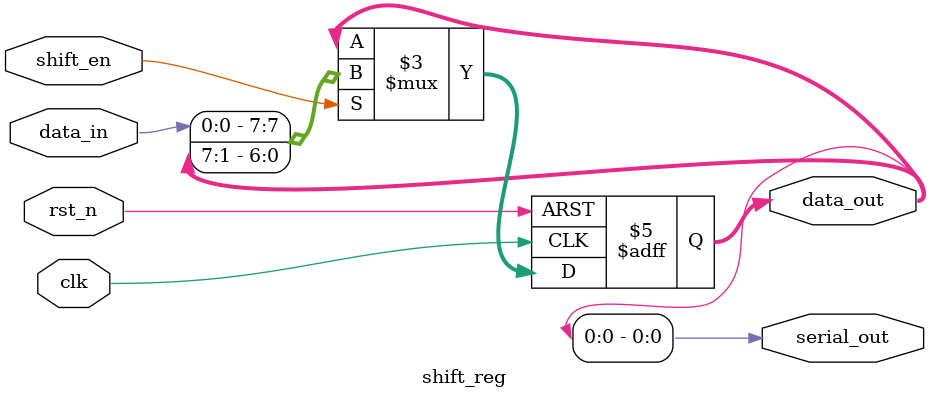
<source format=v>


module shift_reg
#(
  parameter WIDTH=8
)
(
 input                  clk,
 input                  rst_n,
 input                  data_in,
 input                  shift_en,
 
 output reg [WIDTH-1:0] data_out,
 output                 serial_out      
 );

      
   always@(posedge clk or negedge rst_n)
     begin
        if(!rst_n)
          data_out <= {WIDTH{1'b0}};
        else if(shift_en)
          data_out <= {data_in,data_out[WIDTH-1:1]};
     end
   
   assign serial_out = data_out[0];
   
endmodule 


</source>
